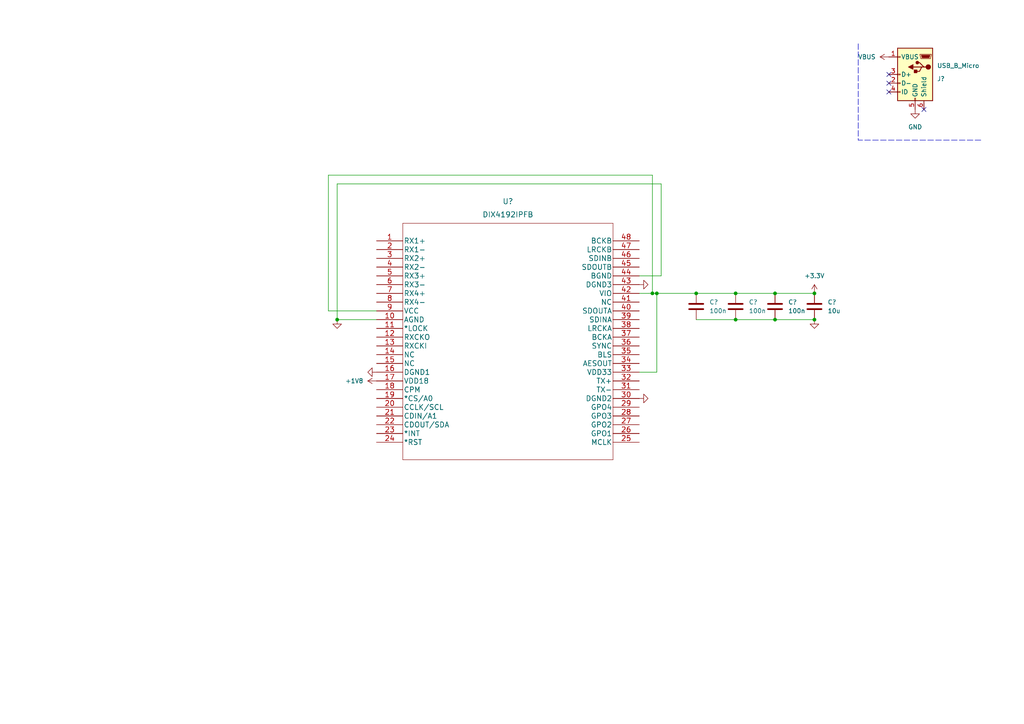
<source format=kicad_sch>
(kicad_sch (version 20211123) (generator eeschema)

  (uuid 50f87341-735d-4762-9c9c-d78de0e91752)

  (paper "A4")

  (lib_symbols
    (symbol "Connector:USB_B_Micro" (pin_names (offset 1.016)) (in_bom yes) (on_board yes)
      (property "Reference" "J" (id 0) (at -5.08 11.43 0)
        (effects (font (size 1.27 1.27)) (justify left))
      )
      (property "Value" "USB_B_Micro" (id 1) (at -5.08 8.89 0)
        (effects (font (size 1.27 1.27)) (justify left))
      )
      (property "Footprint" "" (id 2) (at 3.81 -1.27 0)
        (effects (font (size 1.27 1.27)) hide)
      )
      (property "Datasheet" "~" (id 3) (at 3.81 -1.27 0)
        (effects (font (size 1.27 1.27)) hide)
      )
      (property "ki_keywords" "connector USB micro" (id 4) (at 0 0 0)
        (effects (font (size 1.27 1.27)) hide)
      )
      (property "ki_description" "USB Micro Type B connector" (id 5) (at 0 0 0)
        (effects (font (size 1.27 1.27)) hide)
      )
      (property "ki_fp_filters" "USB*" (id 6) (at 0 0 0)
        (effects (font (size 1.27 1.27)) hide)
      )
      (symbol "USB_B_Micro_0_1"
        (rectangle (start -5.08 -7.62) (end 5.08 7.62)
          (stroke (width 0.254) (type default) (color 0 0 0 0))
          (fill (type background))
        )
        (circle (center -3.81 2.159) (radius 0.635)
          (stroke (width 0.254) (type default) (color 0 0 0 0))
          (fill (type outline))
        )
        (circle (center -0.635 3.429) (radius 0.381)
          (stroke (width 0.254) (type default) (color 0 0 0 0))
          (fill (type outline))
        )
        (rectangle (start -0.127 -7.62) (end 0.127 -6.858)
          (stroke (width 0) (type default) (color 0 0 0 0))
          (fill (type none))
        )
        (polyline
          (pts
            (xy -1.905 2.159)
            (xy 0.635 2.159)
          )
          (stroke (width 0.254) (type default) (color 0 0 0 0))
          (fill (type none))
        )
        (polyline
          (pts
            (xy -3.175 2.159)
            (xy -2.54 2.159)
            (xy -1.27 3.429)
            (xy -0.635 3.429)
          )
          (stroke (width 0.254) (type default) (color 0 0 0 0))
          (fill (type none))
        )
        (polyline
          (pts
            (xy -2.54 2.159)
            (xy -1.905 2.159)
            (xy -1.27 0.889)
            (xy 0 0.889)
          )
          (stroke (width 0.254) (type default) (color 0 0 0 0))
          (fill (type none))
        )
        (polyline
          (pts
            (xy 0.635 2.794)
            (xy 0.635 1.524)
            (xy 1.905 2.159)
            (xy 0.635 2.794)
          )
          (stroke (width 0.254) (type default) (color 0 0 0 0))
          (fill (type outline))
        )
        (polyline
          (pts
            (xy -4.318 5.588)
            (xy -1.778 5.588)
            (xy -2.032 4.826)
            (xy -4.064 4.826)
            (xy -4.318 5.588)
          )
          (stroke (width 0) (type default) (color 0 0 0 0))
          (fill (type outline))
        )
        (polyline
          (pts
            (xy -4.699 5.842)
            (xy -4.699 5.588)
            (xy -4.445 4.826)
            (xy -4.445 4.572)
            (xy -1.651 4.572)
            (xy -1.651 4.826)
            (xy -1.397 5.588)
            (xy -1.397 5.842)
            (xy -4.699 5.842)
          )
          (stroke (width 0) (type default) (color 0 0 0 0))
          (fill (type none))
        )
        (rectangle (start 0.254 1.27) (end -0.508 0.508)
          (stroke (width 0.254) (type default) (color 0 0 0 0))
          (fill (type outline))
        )
        (rectangle (start 5.08 -5.207) (end 4.318 -4.953)
          (stroke (width 0) (type default) (color 0 0 0 0))
          (fill (type none))
        )
        (rectangle (start 5.08 -2.667) (end 4.318 -2.413)
          (stroke (width 0) (type default) (color 0 0 0 0))
          (fill (type none))
        )
        (rectangle (start 5.08 -0.127) (end 4.318 0.127)
          (stroke (width 0) (type default) (color 0 0 0 0))
          (fill (type none))
        )
        (rectangle (start 5.08 4.953) (end 4.318 5.207)
          (stroke (width 0) (type default) (color 0 0 0 0))
          (fill (type none))
        )
      )
      (symbol "USB_B_Micro_1_1"
        (pin power_out line (at 7.62 5.08 180) (length 2.54)
          (name "VBUS" (effects (font (size 1.27 1.27))))
          (number "1" (effects (font (size 1.27 1.27))))
        )
        (pin bidirectional line (at 7.62 -2.54 180) (length 2.54)
          (name "D-" (effects (font (size 1.27 1.27))))
          (number "2" (effects (font (size 1.27 1.27))))
        )
        (pin bidirectional line (at 7.62 0 180) (length 2.54)
          (name "D+" (effects (font (size 1.27 1.27))))
          (number "3" (effects (font (size 1.27 1.27))))
        )
        (pin passive line (at 7.62 -5.08 180) (length 2.54)
          (name "ID" (effects (font (size 1.27 1.27))))
          (number "4" (effects (font (size 1.27 1.27))))
        )
        (pin power_out line (at 0 -10.16 90) (length 2.54)
          (name "GND" (effects (font (size 1.27 1.27))))
          (number "5" (effects (font (size 1.27 1.27))))
        )
        (pin passive line (at -2.54 -10.16 90) (length 2.54)
          (name "Shield" (effects (font (size 1.27 1.27))))
          (number "6" (effects (font (size 1.27 1.27))))
        )
      )
    )
    (symbol "DIX Chip:DIX4192IPFB" (pin_names (offset 0.254)) (in_bom yes) (on_board yes)
      (property "Reference" "U" (id 0) (at 38.1 10.16 0)
        (effects (font (size 1.524 1.524)))
      )
      (property "Value" "DIX4192IPFB" (id 1) (at 38.1 7.62 0)
        (effects (font (size 1.524 1.524)))
      )
      (property "Footprint" "PFB48" (id 2) (at 38.1 6.096 0)
        (effects (font (size 1.524 1.524)) hide)
      )
      (property "Datasheet" "" (id 3) (at 0 0 0)
        (effects (font (size 1.524 1.524)))
      )
      (property "ki_locked" "" (id 4) (at 0 0 0)
        (effects (font (size 1.27 1.27)))
      )
      (property "ki_fp_filters" "PFB48 PFB48-M PFB48-L" (id 5) (at 0 0 0)
        (effects (font (size 1.27 1.27)) hide)
      )
      (symbol "DIX4192IPFB_1_1"
        (polyline
          (pts
            (xy 7.62 -63.5)
            (xy 68.58 -63.5)
          )
          (stroke (width 0.127) (type default) (color 0 0 0 0))
          (fill (type none))
        )
        (polyline
          (pts
            (xy 7.62 5.08)
            (xy 7.62 -63.5)
          )
          (stroke (width 0.127) (type default) (color 0 0 0 0))
          (fill (type none))
        )
        (polyline
          (pts
            (xy 68.58 -63.5)
            (xy 68.58 5.08)
          )
          (stroke (width 0.127) (type default) (color 0 0 0 0))
          (fill (type none))
        )
        (polyline
          (pts
            (xy 68.58 5.08)
            (xy 7.62 5.08)
          )
          (stroke (width 0.127) (type default) (color 0 0 0 0))
          (fill (type none))
        )
        (pin input line (at 0 0 0) (length 7.62)
          (name "RX1+" (effects (font (size 1.4986 1.4986))))
          (number "1" (effects (font (size 1.4986 1.4986))))
        )
        (pin power_in line (at 0 -22.86 0) (length 7.62)
          (name "AGND" (effects (font (size 1.4986 1.4986))))
          (number "10" (effects (font (size 1.4986 1.4986))))
        )
        (pin output line (at 0 -25.4 0) (length 7.62)
          (name "*LOCK" (effects (font (size 1.4986 1.4986))))
          (number "11" (effects (font (size 1.4986 1.4986))))
        )
        (pin output line (at 0 -27.94 0) (length 7.62)
          (name "RXCKO" (effects (font (size 1.4986 1.4986))))
          (number "12" (effects (font (size 1.4986 1.4986))))
        )
        (pin input line (at 0 -30.48 0) (length 7.62)
          (name "RXCKI" (effects (font (size 1.4986 1.4986))))
          (number "13" (effects (font (size 1.4986 1.4986))))
        )
        (pin unspecified line (at 0 -33.02 0) (length 7.62)
          (name "NC" (effects (font (size 1.4986 1.4986))))
          (number "14" (effects (font (size 1.4986 1.4986))))
        )
        (pin unspecified line (at 0 -35.56 0) (length 7.62)
          (name "NC" (effects (font (size 1.4986 1.4986))))
          (number "15" (effects (font (size 1.4986 1.4986))))
        )
        (pin power_in line (at 0 -38.1 0) (length 7.62)
          (name "DGND1" (effects (font (size 1.4986 1.4986))))
          (number "16" (effects (font (size 1.4986 1.4986))))
        )
        (pin power_in line (at 0 -40.64 0) (length 7.62)
          (name "VDD18" (effects (font (size 1.4986 1.4986))))
          (number "17" (effects (font (size 1.4986 1.4986))))
        )
        (pin input line (at 0 -43.18 0) (length 7.62)
          (name "CPM" (effects (font (size 1.4986 1.4986))))
          (number "18" (effects (font (size 1.4986 1.4986))))
        )
        (pin input line (at 0 -45.72 0) (length 7.62)
          (name "*CS/A0" (effects (font (size 1.4986 1.4986))))
          (number "19" (effects (font (size 1.4986 1.4986))))
        )
        (pin input line (at 0 -2.54 0) (length 7.62)
          (name "RX1-" (effects (font (size 1.4986 1.4986))))
          (number "2" (effects (font (size 1.4986 1.4986))))
        )
        (pin input line (at 0 -48.26 0) (length 7.62)
          (name "CCLK/SCL" (effects (font (size 1.4986 1.4986))))
          (number "20" (effects (font (size 1.4986 1.4986))))
        )
        (pin input line (at 0 -50.8 0) (length 7.62)
          (name "CDIN/A1" (effects (font (size 1.4986 1.4986))))
          (number "21" (effects (font (size 1.4986 1.4986))))
        )
        (pin bidirectional line (at 0 -53.34 0) (length 7.62)
          (name "CDOUT/SDA" (effects (font (size 1.4986 1.4986))))
          (number "22" (effects (font (size 1.4986 1.4986))))
        )
        (pin output line (at 0 -55.88 0) (length 7.62)
          (name "*INT" (effects (font (size 1.4986 1.4986))))
          (number "23" (effects (font (size 1.4986 1.4986))))
        )
        (pin input line (at 0 -58.42 0) (length 7.62)
          (name "*RST" (effects (font (size 1.4986 1.4986))))
          (number "24" (effects (font (size 1.4986 1.4986))))
        )
        (pin input line (at 76.2 -58.42 180) (length 7.62)
          (name "MCLK" (effects (font (size 1.4986 1.4986))))
          (number "25" (effects (font (size 1.4986 1.4986))))
        )
        (pin output line (at 76.2 -55.88 180) (length 7.62)
          (name "GPO1" (effects (font (size 1.4986 1.4986))))
          (number "26" (effects (font (size 1.4986 1.4986))))
        )
        (pin output line (at 76.2 -53.34 180) (length 7.62)
          (name "GPO2" (effects (font (size 1.4986 1.4986))))
          (number "27" (effects (font (size 1.4986 1.4986))))
        )
        (pin output line (at 76.2 -50.8 180) (length 7.62)
          (name "GPO3" (effects (font (size 1.4986 1.4986))))
          (number "28" (effects (font (size 1.4986 1.4986))))
        )
        (pin output line (at 76.2 -48.26 180) (length 7.62)
          (name "GPO4" (effects (font (size 1.4986 1.4986))))
          (number "29" (effects (font (size 1.4986 1.4986))))
        )
        (pin input line (at 0 -5.08 0) (length 7.62)
          (name "RX2+" (effects (font (size 1.4986 1.4986))))
          (number "3" (effects (font (size 1.4986 1.4986))))
        )
        (pin power_in line (at 76.2 -45.72 180) (length 7.62)
          (name "DGND2" (effects (font (size 1.4986 1.4986))))
          (number "30" (effects (font (size 1.4986 1.4986))))
        )
        (pin output line (at 76.2 -43.18 180) (length 7.62)
          (name "TX-" (effects (font (size 1.4986 1.4986))))
          (number "31" (effects (font (size 1.4986 1.4986))))
        )
        (pin output line (at 76.2 -40.64 180) (length 7.62)
          (name "TX+" (effects (font (size 1.4986 1.4986))))
          (number "32" (effects (font (size 1.4986 1.4986))))
        )
        (pin power_in line (at 76.2 -38.1 180) (length 7.62)
          (name "VDD33" (effects (font (size 1.4986 1.4986))))
          (number "33" (effects (font (size 1.4986 1.4986))))
        )
        (pin output line (at 76.2 -35.56 180) (length 7.62)
          (name "AESOUT" (effects (font (size 1.4986 1.4986))))
          (number "34" (effects (font (size 1.4986 1.4986))))
        )
        (pin bidirectional line (at 76.2 -33.02 180) (length 7.62)
          (name "BLS" (effects (font (size 1.4986 1.4986))))
          (number "35" (effects (font (size 1.4986 1.4986))))
        )
        (pin output line (at 76.2 -30.48 180) (length 7.62)
          (name "SYNC" (effects (font (size 1.4986 1.4986))))
          (number "36" (effects (font (size 1.4986 1.4986))))
        )
        (pin bidirectional line (at 76.2 -27.94 180) (length 7.62)
          (name "BCKA" (effects (font (size 1.4986 1.4986))))
          (number "37" (effects (font (size 1.4986 1.4986))))
        )
        (pin bidirectional line (at 76.2 -25.4 180) (length 7.62)
          (name "LRCKA" (effects (font (size 1.4986 1.4986))))
          (number "38" (effects (font (size 1.4986 1.4986))))
        )
        (pin input line (at 76.2 -22.86 180) (length 7.62)
          (name "SDINA" (effects (font (size 1.4986 1.4986))))
          (number "39" (effects (font (size 1.4986 1.4986))))
        )
        (pin input line (at 0 -7.62 0) (length 7.62)
          (name "RX2-" (effects (font (size 1.4986 1.4986))))
          (number "4" (effects (font (size 1.4986 1.4986))))
        )
        (pin output line (at 76.2 -20.32 180) (length 7.62)
          (name "SDOUTA" (effects (font (size 1.4986 1.4986))))
          (number "40" (effects (font (size 1.4986 1.4986))))
        )
        (pin unspecified line (at 76.2 -17.78 180) (length 7.62)
          (name "NC" (effects (font (size 1.4986 1.4986))))
          (number "41" (effects (font (size 1.4986 1.4986))))
        )
        (pin power_in line (at 76.2 -15.24 180) (length 7.62)
          (name "VIO" (effects (font (size 1.4986 1.4986))))
          (number "42" (effects (font (size 1.4986 1.4986))))
        )
        (pin power_in line (at 76.2 -12.7 180) (length 7.62)
          (name "DGND3" (effects (font (size 1.4986 1.4986))))
          (number "43" (effects (font (size 1.4986 1.4986))))
        )
        (pin power_in line (at 76.2 -10.16 180) (length 7.62)
          (name "BGND" (effects (font (size 1.4986 1.4986))))
          (number "44" (effects (font (size 1.4986 1.4986))))
        )
        (pin output line (at 76.2 -7.62 180) (length 7.62)
          (name "SDOUTB" (effects (font (size 1.4986 1.4986))))
          (number "45" (effects (font (size 1.4986 1.4986))))
        )
        (pin input line (at 76.2 -5.08 180) (length 7.62)
          (name "SDINB" (effects (font (size 1.4986 1.4986))))
          (number "46" (effects (font (size 1.4986 1.4986))))
        )
        (pin bidirectional line (at 76.2 -2.54 180) (length 7.62)
          (name "LRCKB" (effects (font (size 1.4986 1.4986))))
          (number "47" (effects (font (size 1.4986 1.4986))))
        )
        (pin bidirectional line (at 76.2 0 180) (length 7.62)
          (name "BCKB" (effects (font (size 1.4986 1.4986))))
          (number "48" (effects (font (size 1.4986 1.4986))))
        )
        (pin input line (at 0 -10.16 0) (length 7.62)
          (name "RX3+" (effects (font (size 1.4986 1.4986))))
          (number "5" (effects (font (size 1.4986 1.4986))))
        )
        (pin input line (at 0 -12.7 0) (length 7.62)
          (name "RX3-" (effects (font (size 1.4986 1.4986))))
          (number "6" (effects (font (size 1.4986 1.4986))))
        )
        (pin input line (at 0 -15.24 0) (length 7.62)
          (name "RX4+" (effects (font (size 1.4986 1.4986))))
          (number "7" (effects (font (size 1.4986 1.4986))))
        )
        (pin input line (at 0 -17.78 0) (length 7.62)
          (name "RX4-" (effects (font (size 1.4986 1.4986))))
          (number "8" (effects (font (size 1.4986 1.4986))))
        )
        (pin power_in line (at 0 -20.32 0) (length 7.62)
          (name "VCC" (effects (font (size 1.4986 1.4986))))
          (number "9" (effects (font (size 1.4986 1.4986))))
        )
      )
    )
    (symbol "Device:C" (pin_numbers hide) (pin_names (offset 0.254)) (in_bom yes) (on_board yes)
      (property "Reference" "C" (id 0) (at 0.635 2.54 0)
        (effects (font (size 1.27 1.27)) (justify left))
      )
      (property "Value" "C" (id 1) (at 0.635 -2.54 0)
        (effects (font (size 1.27 1.27)) (justify left))
      )
      (property "Footprint" "" (id 2) (at 0.9652 -3.81 0)
        (effects (font (size 1.27 1.27)) hide)
      )
      (property "Datasheet" "~" (id 3) (at 0 0 0)
        (effects (font (size 1.27 1.27)) hide)
      )
      (property "ki_keywords" "cap capacitor" (id 4) (at 0 0 0)
        (effects (font (size 1.27 1.27)) hide)
      )
      (property "ki_description" "Unpolarized capacitor" (id 5) (at 0 0 0)
        (effects (font (size 1.27 1.27)) hide)
      )
      (property "ki_fp_filters" "C_*" (id 6) (at 0 0 0)
        (effects (font (size 1.27 1.27)) hide)
      )
      (symbol "C_0_1"
        (polyline
          (pts
            (xy -2.032 -0.762)
            (xy 2.032 -0.762)
          )
          (stroke (width 0.508) (type default) (color 0 0 0 0))
          (fill (type none))
        )
        (polyline
          (pts
            (xy -2.032 0.762)
            (xy 2.032 0.762)
          )
          (stroke (width 0.508) (type default) (color 0 0 0 0))
          (fill (type none))
        )
      )
      (symbol "C_1_1"
        (pin passive line (at 0 3.81 270) (length 2.794)
          (name "~" (effects (font (size 1.27 1.27))))
          (number "1" (effects (font (size 1.27 1.27))))
        )
        (pin passive line (at 0 -3.81 90) (length 2.794)
          (name "~" (effects (font (size 1.27 1.27))))
          (number "2" (effects (font (size 1.27 1.27))))
        )
      )
    )
    (symbol "power:+1V8" (power) (pin_names (offset 0)) (in_bom yes) (on_board yes)
      (property "Reference" "#PWR" (id 0) (at 0 -3.81 0)
        (effects (font (size 1.27 1.27)) hide)
      )
      (property "Value" "+1V8" (id 1) (at 0 3.556 0)
        (effects (font (size 1.27 1.27)))
      )
      (property "Footprint" "" (id 2) (at 0 0 0)
        (effects (font (size 1.27 1.27)) hide)
      )
      (property "Datasheet" "" (id 3) (at 0 0 0)
        (effects (font (size 1.27 1.27)) hide)
      )
      (property "ki_keywords" "global power" (id 4) (at 0 0 0)
        (effects (font (size 1.27 1.27)) hide)
      )
      (property "ki_description" "Power symbol creates a global label with name \"+1V8\"" (id 5) (at 0 0 0)
        (effects (font (size 1.27 1.27)) hide)
      )
      (symbol "+1V8_0_1"
        (polyline
          (pts
            (xy -0.762 1.27)
            (xy 0 2.54)
          )
          (stroke (width 0) (type default) (color 0 0 0 0))
          (fill (type none))
        )
        (polyline
          (pts
            (xy 0 0)
            (xy 0 2.54)
          )
          (stroke (width 0) (type default) (color 0 0 0 0))
          (fill (type none))
        )
        (polyline
          (pts
            (xy 0 2.54)
            (xy 0.762 1.27)
          )
          (stroke (width 0) (type default) (color 0 0 0 0))
          (fill (type none))
        )
      )
      (symbol "+1V8_1_1"
        (pin power_in line (at 0 0 90) (length 0) hide
          (name "+1V8" (effects (font (size 1.27 1.27))))
          (number "1" (effects (font (size 1.27 1.27))))
        )
      )
    )
    (symbol "power:+3.3V" (power) (pin_names (offset 0)) (in_bom yes) (on_board yes)
      (property "Reference" "#PWR" (id 0) (at 0 -3.81 0)
        (effects (font (size 1.27 1.27)) hide)
      )
      (property "Value" "+3.3V" (id 1) (at 0 3.556 0)
        (effects (font (size 1.27 1.27)))
      )
      (property "Footprint" "" (id 2) (at 0 0 0)
        (effects (font (size 1.27 1.27)) hide)
      )
      (property "Datasheet" "" (id 3) (at 0 0 0)
        (effects (font (size 1.27 1.27)) hide)
      )
      (property "ki_keywords" "global power" (id 4) (at 0 0 0)
        (effects (font (size 1.27 1.27)) hide)
      )
      (property "ki_description" "Power symbol creates a global label with name \"+3.3V\"" (id 5) (at 0 0 0)
        (effects (font (size 1.27 1.27)) hide)
      )
      (symbol "+3.3V_0_1"
        (polyline
          (pts
            (xy -0.762 1.27)
            (xy 0 2.54)
          )
          (stroke (width 0) (type default) (color 0 0 0 0))
          (fill (type none))
        )
        (polyline
          (pts
            (xy 0 0)
            (xy 0 2.54)
          )
          (stroke (width 0) (type default) (color 0 0 0 0))
          (fill (type none))
        )
        (polyline
          (pts
            (xy 0 2.54)
            (xy 0.762 1.27)
          )
          (stroke (width 0) (type default) (color 0 0 0 0))
          (fill (type none))
        )
      )
      (symbol "+3.3V_1_1"
        (pin power_in line (at 0 0 90) (length 0) hide
          (name "+3.3V" (effects (font (size 1.27 1.27))))
          (number "1" (effects (font (size 1.27 1.27))))
        )
      )
    )
    (symbol "power:GND" (power) (pin_names (offset 0)) (in_bom yes) (on_board yes)
      (property "Reference" "#PWR" (id 0) (at 0 -6.35 0)
        (effects (font (size 1.27 1.27)) hide)
      )
      (property "Value" "GND" (id 1) (at 0 -3.81 0)
        (effects (font (size 1.27 1.27)))
      )
      (property "Footprint" "" (id 2) (at 0 0 0)
        (effects (font (size 1.27 1.27)) hide)
      )
      (property "Datasheet" "" (id 3) (at 0 0 0)
        (effects (font (size 1.27 1.27)) hide)
      )
      (property "ki_keywords" "global power" (id 4) (at 0 0 0)
        (effects (font (size 1.27 1.27)) hide)
      )
      (property "ki_description" "Power symbol creates a global label with name \"GND\" , ground" (id 5) (at 0 0 0)
        (effects (font (size 1.27 1.27)) hide)
      )
      (symbol "GND_0_1"
        (polyline
          (pts
            (xy 0 0)
            (xy 0 -1.27)
            (xy 1.27 -1.27)
            (xy 0 -2.54)
            (xy -1.27 -1.27)
            (xy 0 -1.27)
          )
          (stroke (width 0) (type default) (color 0 0 0 0))
          (fill (type none))
        )
      )
      (symbol "GND_1_1"
        (pin power_in line (at 0 0 270) (length 0) hide
          (name "GND" (effects (font (size 1.27 1.27))))
          (number "1" (effects (font (size 1.27 1.27))))
        )
      )
    )
    (symbol "power:VBUS" (power) (pin_names (offset 0)) (in_bom yes) (on_board yes)
      (property "Reference" "#PWR" (id 0) (at 0 -3.81 0)
        (effects (font (size 1.27 1.27)) hide)
      )
      (property "Value" "VBUS" (id 1) (at 0 3.81 0)
        (effects (font (size 1.27 1.27)))
      )
      (property "Footprint" "" (id 2) (at 0 0 0)
        (effects (font (size 1.27 1.27)) hide)
      )
      (property "Datasheet" "" (id 3) (at 0 0 0)
        (effects (font (size 1.27 1.27)) hide)
      )
      (property "ki_keywords" "global power" (id 4) (at 0 0 0)
        (effects (font (size 1.27 1.27)) hide)
      )
      (property "ki_description" "Power symbol creates a global label with name \"VBUS\"" (id 5) (at 0 0 0)
        (effects (font (size 1.27 1.27)) hide)
      )
      (symbol "VBUS_0_1"
        (polyline
          (pts
            (xy -0.762 1.27)
            (xy 0 2.54)
          )
          (stroke (width 0) (type default) (color 0 0 0 0))
          (fill (type none))
        )
        (polyline
          (pts
            (xy 0 0)
            (xy 0 2.54)
          )
          (stroke (width 0) (type default) (color 0 0 0 0))
          (fill (type none))
        )
        (polyline
          (pts
            (xy 0 2.54)
            (xy 0.762 1.27)
          )
          (stroke (width 0) (type default) (color 0 0 0 0))
          (fill (type none))
        )
      )
      (symbol "VBUS_1_1"
        (pin power_in line (at 0 0 90) (length 0) hide
          (name "VBUS" (effects (font (size 1.27 1.27))))
          (number "1" (effects (font (size 1.27 1.27))))
        )
      )
    )
  )

  (junction (at 236.22 85.09) (diameter 0) (color 0 0 0 0)
    (uuid 270310e8-a530-4893-a416-1f9d66cae8a1)
  )
  (junction (at 201.93 85.09) (diameter 0) (color 0 0 0 0)
    (uuid 3024a99d-e0ee-4708-925c-62b13a835b35)
  )
  (junction (at 224.79 85.09) (diameter 0) (color 0 0 0 0)
    (uuid 4b3fe2f8-2e07-43b1-9469-d1e884d40405)
  )
  (junction (at 213.36 92.71) (diameter 0) (color 0 0 0 0)
    (uuid 5a8654cf-d778-4b48-9140-2685d488cb2d)
  )
  (junction (at 213.36 85.09) (diameter 0) (color 0 0 0 0)
    (uuid 6bf3e7ee-d8b9-4da5-8d54-7d26543c4130)
  )
  (junction (at 236.22 92.71) (diameter 0) (color 0 0 0 0)
    (uuid ba968d7e-78d9-444f-b976-b5fe4f161f79)
  )
  (junction (at 224.79 92.71) (diameter 0) (color 0 0 0 0)
    (uuid bb38ffb5-06dd-4009-9ccb-71abeb3fd3f5)
  )
  (junction (at 190.5 85.09) (diameter 0) (color 0 0 0 0)
    (uuid d38d640f-163e-4380-8118-3640f2282e9d)
  )
  (junction (at 97.79 92.71) (diameter 0) (color 0 0 0 0)
    (uuid d8bf437e-220e-4415-b10c-df8f275bc75c)
  )
  (junction (at 189.23 85.09) (diameter 0) (color 0 0 0 0)
    (uuid ea0ef31a-3e50-40e9-acd5-3a47f1af3382)
  )

  (no_connect (at 257.81 21.59) (uuid 059b9c34-374d-4984-bada-bc630e51592c))
  (no_connect (at 257.81 26.67) (uuid 0f92531f-90f8-46ad-8b27-6b65b85de02d))
  (no_connect (at 257.81 24.13) (uuid 1ec5a9da-4666-4786-bd98-31ebd1447bf0))
  (no_connect (at 267.97 31.75) (uuid 7a57432c-fc03-4871-9bb3-686b1918b41b))

  (wire (pts (xy 185.42 107.95) (xy 190.5 107.95))
    (stroke (width 0) (type default) (color 0 0 0 0))
    (uuid 20f7f55c-ff7f-48b8-ad74-78de4c730f6b)
  )
  (wire (pts (xy 201.93 92.71) (xy 213.36 92.71))
    (stroke (width 0) (type default) (color 0 0 0 0))
    (uuid 2c899ae6-9900-4ed0-b1d4-ea8533ac6042)
  )
  (wire (pts (xy 109.22 92.71) (xy 97.79 92.71))
    (stroke (width 0) (type default) (color 0 0 0 0))
    (uuid 4218367c-366e-4658-abb0-f99807f31712)
  )
  (wire (pts (xy 185.42 85.09) (xy 189.23 85.09))
    (stroke (width 0) (type default) (color 0 0 0 0))
    (uuid 4b4385b5-352b-4b38-9896-4523d9409d72)
  )
  (wire (pts (xy 224.79 92.71) (xy 236.22 92.71))
    (stroke (width 0) (type default) (color 0 0 0 0))
    (uuid 4bc605f1-f418-4e73-8ef9-027c43fad8a2)
  )
  (wire (pts (xy 95.25 50.8) (xy 95.25 90.17))
    (stroke (width 0) (type default) (color 0 0 0 0))
    (uuid 60021193-6bca-46d8-8cdf-6c531fcfdae3)
  )
  (wire (pts (xy 224.79 85.09) (xy 236.22 85.09))
    (stroke (width 0) (type default) (color 0 0 0 0))
    (uuid 603f4045-2d52-4cf9-9d3e-bbe96f6f3bbc)
  )
  (wire (pts (xy 191.77 80.01) (xy 185.42 80.01))
    (stroke (width 0) (type default) (color 0 0 0 0))
    (uuid 697a292a-4655-40e4-8140-9cbb620e6f21)
  )
  (wire (pts (xy 97.79 53.34) (xy 191.77 53.34))
    (stroke (width 0) (type default) (color 0 0 0 0))
    (uuid 75313aa4-4403-4ca5-a9f4-852b53566656)
  )
  (wire (pts (xy 213.36 92.71) (xy 224.79 92.71))
    (stroke (width 0) (type default) (color 0 0 0 0))
    (uuid 779e3c71-0aaa-40d6-8200-b8207d89990f)
  )
  (polyline (pts (xy 248.92 12.7) (xy 248.92 40.64))
    (stroke (width 0) (type default) (color 0 0 0 0))
    (uuid 84cfb916-be40-46b4-9e58-102f4da1b26b)
  )

  (wire (pts (xy 213.36 85.09) (xy 224.79 85.09))
    (stroke (width 0) (type default) (color 0 0 0 0))
    (uuid a3249474-481c-4d97-8ef2-138bec94af5a)
  )
  (wire (pts (xy 190.5 85.09) (xy 201.93 85.09))
    (stroke (width 0) (type default) (color 0 0 0 0))
    (uuid a759c09a-6e9f-4880-8b73-dcda67a4cf1a)
  )
  (wire (pts (xy 97.79 92.71) (xy 97.79 53.34))
    (stroke (width 0) (type default) (color 0 0 0 0))
    (uuid abf71c49-58be-41f3-b11e-74866d1ed9e0)
  )
  (wire (pts (xy 201.93 85.09) (xy 213.36 85.09))
    (stroke (width 0) (type default) (color 0 0 0 0))
    (uuid b66be363-c2d8-46d3-8d8d-5c5217fbcb0d)
  )
  (wire (pts (xy 190.5 85.09) (xy 190.5 107.95))
    (stroke (width 0) (type default) (color 0 0 0 0))
    (uuid bdb4baf5-1d13-48e7-aa5f-a21c5fdb53a2)
  )
  (wire (pts (xy 189.23 50.8) (xy 95.25 50.8))
    (stroke (width 0) (type default) (color 0 0 0 0))
    (uuid bf26eac2-c87b-4e69-b1c1-186cde6c5263)
  )
  (wire (pts (xy 191.77 53.34) (xy 191.77 80.01))
    (stroke (width 0) (type default) (color 0 0 0 0))
    (uuid bf508c67-dce9-4227-8f12-e445083709de)
  )
  (wire (pts (xy 189.23 85.09) (xy 190.5 85.09))
    (stroke (width 0) (type default) (color 0 0 0 0))
    (uuid c57c5013-9bb5-4b7e-a1e6-d65df35db638)
  )
  (wire (pts (xy 95.25 90.17) (xy 109.22 90.17))
    (stroke (width 0) (type default) (color 0 0 0 0))
    (uuid cbec4989-6abc-4ae8-8e25-a882d63b0dbb)
  )
  (wire (pts (xy 189.23 85.09) (xy 189.23 50.8))
    (stroke (width 0) (type default) (color 0 0 0 0))
    (uuid e1654b9c-b128-440f-96e7-b6a94e8ec907)
  )
  (polyline (pts (xy 284.48 40.64) (xy 248.92 40.64))
    (stroke (width 0) (type default) (color 0 0 0 0))
    (uuid ec57056c-d9fa-4450-9171-ffb1bb5aa0d9)
  )

  (symbol (lib_id "power:GND") (at 97.79 92.71 0) (unit 1)
    (in_bom yes) (on_board yes) (fields_autoplaced)
    (uuid 335b0c62-c3f7-4714-a8d8-3eb468c33b84)
    (property "Reference" "#PWR?" (id 0) (at 97.79 99.06 0)
      (effects (font (size 1.27 1.27)) hide)
    )
    (property "Value" "GND" (id 1) (at 97.79 97.79 0)
      (effects (font (size 1.27 1.27)) hide)
    )
    (property "Footprint" "" (id 2) (at 97.79 92.71 0)
      (effects (font (size 1.27 1.27)) hide)
    )
    (property "Datasheet" "" (id 3) (at 97.79 92.71 0)
      (effects (font (size 1.27 1.27)) hide)
    )
    (pin "1" (uuid 36070c10-06dc-4d64-9205-be024d24e03f))
  )

  (symbol (lib_id "power:GND") (at 185.42 82.55 90) (unit 1)
    (in_bom yes) (on_board yes) (fields_autoplaced)
    (uuid 4b77d53d-b657-4e98-a351-8b298ad775ce)
    (property "Reference" "#PWR?" (id 0) (at 191.77 82.55 0)
      (effects (font (size 1.27 1.27)) hide)
    )
    (property "Value" "GND" (id 1) (at 189.23 82.5499 90)
      (effects (font (size 1.27 1.27)) (justify right) hide)
    )
    (property "Footprint" "" (id 2) (at 185.42 82.55 0)
      (effects (font (size 1.27 1.27)) hide)
    )
    (property "Datasheet" "" (id 3) (at 185.42 82.55 0)
      (effects (font (size 1.27 1.27)) hide)
    )
    (pin "1" (uuid ed5fa92a-f0db-481b-abb2-43ddb643447a))
  )

  (symbol (lib_id "Device:C") (at 201.93 88.9 0) (unit 1)
    (in_bom yes) (on_board yes) (fields_autoplaced)
    (uuid 58476b59-c67f-41f1-8355-fdeb903a8501)
    (property "Reference" "C?" (id 0) (at 205.74 87.6299 0)
      (effects (font (size 1.27 1.27)) (justify left))
    )
    (property "Value" "100n" (id 1) (at 205.74 90.1699 0)
      (effects (font (size 1.27 1.27)) (justify left))
    )
    (property "Footprint" "" (id 2) (at 202.8952 92.71 0)
      (effects (font (size 1.27 1.27)) hide)
    )
    (property "Datasheet" "~" (id 3) (at 201.93 88.9 0)
      (effects (font (size 1.27 1.27)) hide)
    )
    (pin "1" (uuid b3c4cbef-50bc-42e2-91d9-d5aeedb38b86))
    (pin "2" (uuid aa88870a-b755-4750-8439-3388a9706ad8))
  )

  (symbol (lib_id "power:+3.3V") (at 236.22 85.09 0) (unit 1)
    (in_bom yes) (on_board yes) (fields_autoplaced)
    (uuid 5eea483c-77ad-42a6-8c1c-497682560cf6)
    (property "Reference" "#PWR?" (id 0) (at 236.22 88.9 0)
      (effects (font (size 1.27 1.27)) hide)
    )
    (property "Value" "+3.3V" (id 1) (at 236.22 80.01 0))
    (property "Footprint" "" (id 2) (at 236.22 85.09 0)
      (effects (font (size 1.27 1.27)) hide)
    )
    (property "Datasheet" "" (id 3) (at 236.22 85.09 0)
      (effects (font (size 1.27 1.27)) hide)
    )
    (pin "1" (uuid 9b093f57-3fa8-499c-ae58-0e661da85747))
  )

  (symbol (lib_id "Connector:USB_B_Micro") (at 265.43 21.59 0) (mirror y) (unit 1)
    (in_bom yes) (on_board yes)
    (uuid 603117eb-354b-4ee0-a988-95050221efe6)
    (property "Reference" "J?" (id 0) (at 271.78 22.8601 0)
      (effects (font (size 1.27 1.27)) (justify right))
    )
    (property "Value" "USB_B_Micro" (id 1) (at 271.78 19.05 0)
      (effects (font (size 1.27 1.27)) (justify right))
    )
    (property "Footprint" "" (id 2) (at 261.62 22.86 0)
      (effects (font (size 1.27 1.27)) hide)
    )
    (property "Datasheet" "~" (id 3) (at 261.62 22.86 0)
      (effects (font (size 1.27 1.27)) hide)
    )
    (pin "1" (uuid 7d948d97-9517-4fa5-92c2-9534265f206a))
    (pin "2" (uuid e5c53dd6-f6da-4d9e-98b6-0bcb90016669))
    (pin "3" (uuid ae3463ee-8ea0-4f0d-8209-3d5361138ca2))
    (pin "4" (uuid 22901522-6009-4391-a685-2c13ca79a97e))
    (pin "5" (uuid f0f0fbe7-0ff6-460b-b940-fc875205b9e6))
    (pin "6" (uuid c1dba950-6b91-41e6-a4ea-74e6f65e5ce2))
  )

  (symbol (lib_id "power:GND") (at 109.22 107.95 270) (unit 1)
    (in_bom yes) (on_board yes)
    (uuid 6adea0b4-e5a6-4669-935c-5b581c3a8e5b)
    (property "Reference" "#PWR?" (id 0) (at 102.87 107.95 0)
      (effects (font (size 1.27 1.27)) hide)
    )
    (property "Value" "GND" (id 1) (at 101.6 107.95 90)
      (effects (font (size 1.27 1.27)) (justify left) hide)
    )
    (property "Footprint" "" (id 2) (at 109.22 107.95 0)
      (effects (font (size 1.27 1.27)) hide)
    )
    (property "Datasheet" "" (id 3) (at 109.22 107.95 0)
      (effects (font (size 1.27 1.27)) hide)
    )
    (pin "1" (uuid c87ab434-e9cc-46c6-bc96-aa212a1742b9))
  )

  (symbol (lib_id "Device:C") (at 224.79 88.9 0) (unit 1)
    (in_bom yes) (on_board yes) (fields_autoplaced)
    (uuid 781bfb68-0507-4f28-8c57-66d9aeac1a35)
    (property "Reference" "C?" (id 0) (at 228.6 87.6299 0)
      (effects (font (size 1.27 1.27)) (justify left))
    )
    (property "Value" "100n" (id 1) (at 228.6 90.1699 0)
      (effects (font (size 1.27 1.27)) (justify left))
    )
    (property "Footprint" "" (id 2) (at 225.7552 92.71 0)
      (effects (font (size 1.27 1.27)) hide)
    )
    (property "Datasheet" "~" (id 3) (at 224.79 88.9 0)
      (effects (font (size 1.27 1.27)) hide)
    )
    (pin "1" (uuid 7fedb774-a7d5-4abf-9a50-7ab48dd6d2c1))
    (pin "2" (uuid 03615ee5-4c98-43e5-88ed-2c98b5aa6256))
  )

  (symbol (lib_id "power:GND") (at 265.43 31.75 0) (unit 1)
    (in_bom yes) (on_board yes) (fields_autoplaced)
    (uuid 8302acd3-5ad7-446c-b119-e54bd028f879)
    (property "Reference" "#PWR?" (id 0) (at 265.43 38.1 0)
      (effects (font (size 1.27 1.27)) hide)
    )
    (property "Value" "GND" (id 1) (at 265.43 36.83 0))
    (property "Footprint" "" (id 2) (at 265.43 31.75 0)
      (effects (font (size 1.27 1.27)) hide)
    )
    (property "Datasheet" "" (id 3) (at 265.43 31.75 0)
      (effects (font (size 1.27 1.27)) hide)
    )
    (pin "1" (uuid 46d172ac-c3c7-4541-b7c9-f1e84f648680))
  )

  (symbol (lib_id "power:GND") (at 185.42 115.57 90) (unit 1)
    (in_bom yes) (on_board yes) (fields_autoplaced)
    (uuid 8b9ed7d4-4e19-4306-b54e-fa49eef42652)
    (property "Reference" "#PWR?" (id 0) (at 191.77 115.57 0)
      (effects (font (size 1.27 1.27)) hide)
    )
    (property "Value" "GND" (id 1) (at 189.23 115.5699 90)
      (effects (font (size 1.27 1.27)) (justify right) hide)
    )
    (property "Footprint" "" (id 2) (at 185.42 115.57 0)
      (effects (font (size 1.27 1.27)) hide)
    )
    (property "Datasheet" "" (id 3) (at 185.42 115.57 0)
      (effects (font (size 1.27 1.27)) hide)
    )
    (pin "1" (uuid fac606a3-4bda-4801-894f-9ac6f2697340))
  )

  (symbol (lib_id "Device:C") (at 236.22 88.9 0) (unit 1)
    (in_bom yes) (on_board yes) (fields_autoplaced)
    (uuid a362dc64-2538-49a7-bc61-191e0888d9d2)
    (property "Reference" "C?" (id 0) (at 240.03 87.6299 0)
      (effects (font (size 1.27 1.27)) (justify left))
    )
    (property "Value" "10u" (id 1) (at 240.03 90.1699 0)
      (effects (font (size 1.27 1.27)) (justify left))
    )
    (property "Footprint" "" (id 2) (at 237.1852 92.71 0)
      (effects (font (size 1.27 1.27)) hide)
    )
    (property "Datasheet" "~" (id 3) (at 236.22 88.9 0)
      (effects (font (size 1.27 1.27)) hide)
    )
    (pin "1" (uuid a68ddcf1-0fa4-458a-8ec3-d54da9122872))
    (pin "2" (uuid 0e7c70e3-8a7d-4425-9c6a-c72e8ad9a32b))
  )

  (symbol (lib_id "DIX Chip:DIX4192IPFB") (at 109.22 69.85 0) (unit 1)
    (in_bom yes) (on_board yes) (fields_autoplaced)
    (uuid ca07c6d0-6ab4-40f5-8e1e-cf6760154ae2)
    (property "Reference" "U?" (id 0) (at 147.32 58.42 0)
      (effects (font (size 1.524 1.524)))
    )
    (property "Value" "DIX4192IPFB" (id 1) (at 147.32 62.23 0)
      (effects (font (size 1.524 1.524)))
    )
    (property "Footprint" "PFB48" (id 2) (at 147.32 63.754 0)
      (effects (font (size 1.524 1.524)) hide)
    )
    (property "Datasheet" "" (id 3) (at 109.22 69.85 0)
      (effects (font (size 1.524 1.524)))
    )
    (pin "1" (uuid bbfd79d8-232c-4a70-afa4-88e438d2679e))
    (pin "10" (uuid 447ede1b-280f-449f-956d-6ac72552bec4))
    (pin "11" (uuid b4eae41d-8103-4368-9c5e-821a64437993))
    (pin "12" (uuid aed86032-bd7a-4887-9917-6449e745e4bb))
    (pin "13" (uuid 6d02b6a4-4b74-4f03-b48c-69a215257cb0))
    (pin "14" (uuid 0fe03575-7f72-4ee3-b443-335422c69689))
    (pin "15" (uuid f44effc5-8e22-4585-a895-42e9a37e4b3f))
    (pin "16" (uuid 753f5e9d-7d30-4a4e-945f-0abecf065080))
    (pin "17" (uuid 0674727c-1ccf-4923-a3a1-9beef4a8e5d1))
    (pin "18" (uuid 7650d4ae-a59d-4b12-bc03-a876ca57399f))
    (pin "19" (uuid ea220be9-de2c-4528-8733-05ce69c211f7))
    (pin "2" (uuid 792303c2-f3c8-46bd-8b51-6d12efbd458b))
    (pin "20" (uuid 054fb3b5-9ff2-4d46-b932-be3cd436b606))
    (pin "21" (uuid 22966622-fdad-47c0-aceb-3c5d47cc57e7))
    (pin "22" (uuid 253659de-8f37-4efd-9dfb-4a0d5ad56241))
    (pin "23" (uuid 8ba4dd91-dd85-40cd-bf08-8d1e94b77fd9))
    (pin "24" (uuid 52857f72-dc24-464e-8bef-a62ca3fa1461))
    (pin "25" (uuid ce3a078d-44b4-4466-86d6-c9c3e236266c))
    (pin "26" (uuid d9174b17-dd08-4d76-ae8a-373b79cddefa))
    (pin "27" (uuid ebf234ae-48dd-456d-b58f-0f61cf5aff41))
    (pin "28" (uuid dc670372-8dda-4a53-97d3-fb425e3a8d30))
    (pin "29" (uuid 128e27cc-8be4-4328-85ca-b94ae7d446dc))
    (pin "3" (uuid 89571667-1372-44db-8d05-9976032e4b05))
    (pin "30" (uuid 66e642a5-2813-4438-9290-f66901d3471e))
    (pin "31" (uuid ffdf4b03-26c3-4a85-a2cb-ff2099bcc861))
    (pin "32" (uuid 1270032d-6f37-45f0-a442-f25c0e9a2ef9))
    (pin "33" (uuid d5bb2a02-21a1-4dc7-b67f-e731f6c2528a))
    (pin "34" (uuid 8d877e00-ac34-44cd-a8d7-6b8685ea7e29))
    (pin "35" (uuid 0f2f504f-03db-42a2-8637-b17cb0851d12))
    (pin "36" (uuid 2bf27244-4c1a-4308-9fec-43d09b6e0872))
    (pin "37" (uuid 0af42334-856c-4ac6-b11b-02168299ce09))
    (pin "38" (uuid aaa2d93b-e71e-4efc-be74-2fa08044c6e5))
    (pin "39" (uuid 8d032345-2b61-4cf4-8c07-f8a22184450b))
    (pin "4" (uuid f111e47b-9b39-47e7-9295-0df9cf799e57))
    (pin "40" (uuid dc6ed2d2-f77a-404e-a250-a8fb9b275c60))
    (pin "41" (uuid ccfaa239-c018-4f96-b2c9-fefd18a28755))
    (pin "42" (uuid 2395ee10-ffa7-4571-8f89-6995d31095c7))
    (pin "43" (uuid 389cdd9d-6c50-4995-9274-fa1ebf0f9aa9))
    (pin "44" (uuid 749793d2-77f2-4ac2-9269-cf63f929a04b))
    (pin "45" (uuid d4416bfa-fd14-4b72-94bb-30c6d7a0b558))
    (pin "46" (uuid 1d109514-676e-44e8-8d5b-003a8d9fab61))
    (pin "47" (uuid 3e4bf821-7053-4a6d-97f8-fdfa0442ef0c))
    (pin "48" (uuid d52ed828-3cc5-4f32-9cfa-95053bd3ebfc))
    (pin "5" (uuid cd550e7c-fa39-4478-88f3-985f4bb93d5a))
    (pin "6" (uuid 02126b36-0d85-4520-a3cf-a4a42a72783d))
    (pin "7" (uuid 6a3bb092-03bb-483e-b961-b8ff0deb1770))
    (pin "8" (uuid a0acf608-e68c-4478-b7bd-a701e3b4e6a5))
    (pin "9" (uuid 63d76ddd-576b-46ed-b999-94271f10d22c))
  )

  (symbol (lib_id "power:VBUS") (at 257.81 16.51 90) (unit 1)
    (in_bom yes) (on_board yes) (fields_autoplaced)
    (uuid d22467f2-2f8d-41f7-a4fd-9425764e8d39)
    (property "Reference" "#PWR?" (id 0) (at 261.62 16.51 0)
      (effects (font (size 1.27 1.27)) hide)
    )
    (property "Value" "VBUS" (id 1) (at 254 16.5099 90)
      (effects (font (size 1.27 1.27)) (justify left))
    )
    (property "Footprint" "" (id 2) (at 257.81 16.51 0)
      (effects (font (size 1.27 1.27)) hide)
    )
    (property "Datasheet" "" (id 3) (at 257.81 16.51 0)
      (effects (font (size 1.27 1.27)) hide)
    )
    (pin "1" (uuid 728006f5-c68c-46a1-bdc8-f8a25c65857a))
  )

  (symbol (lib_id "Device:C") (at 213.36 88.9 0) (unit 1)
    (in_bom yes) (on_board yes) (fields_autoplaced)
    (uuid dbe5eca5-2256-44cd-a47c-49ca90bac204)
    (property "Reference" "C?" (id 0) (at 217.17 87.6299 0)
      (effects (font (size 1.27 1.27)) (justify left))
    )
    (property "Value" "100n" (id 1) (at 217.17 90.1699 0)
      (effects (font (size 1.27 1.27)) (justify left))
    )
    (property "Footprint" "" (id 2) (at 214.3252 92.71 0)
      (effects (font (size 1.27 1.27)) hide)
    )
    (property "Datasheet" "~" (id 3) (at 213.36 88.9 0)
      (effects (font (size 1.27 1.27)) hide)
    )
    (pin "1" (uuid a9e1f773-8eb2-4748-8315-5acf435f0400))
    (pin "2" (uuid 4dab0bf1-6248-4df8-95a1-9bf31e885b3b))
  )

  (symbol (lib_id "power:GND") (at 236.22 92.71 0) (unit 1)
    (in_bom yes) (on_board yes) (fields_autoplaced)
    (uuid e664f13a-ba51-4a23-ad39-718359eb420e)
    (property "Reference" "#PWR?" (id 0) (at 236.22 99.06 0)
      (effects (font (size 1.27 1.27)) hide)
    )
    (property "Value" "GND" (id 1) (at 236.2201 96.52 90)
      (effects (font (size 1.27 1.27)) (justify right) hide)
    )
    (property "Footprint" "" (id 2) (at 236.22 92.71 0)
      (effects (font (size 1.27 1.27)) hide)
    )
    (property "Datasheet" "" (id 3) (at 236.22 92.71 0)
      (effects (font (size 1.27 1.27)) hide)
    )
    (pin "1" (uuid a694a9de-139e-482a-8c84-2efcd87e7748))
  )

  (symbol (lib_id "power:+1V8") (at 109.22 110.49 90) (unit 1)
    (in_bom yes) (on_board yes) (fields_autoplaced)
    (uuid f0415601-abf5-4d2e-9c7d-c99cd95e5c07)
    (property "Reference" "#PWR?" (id 0) (at 113.03 110.49 0)
      (effects (font (size 1.27 1.27)) hide)
    )
    (property "Value" "+1V8" (id 1) (at 105.41 110.4899 90)
      (effects (font (size 1.27 1.27)) (justify left))
    )
    (property "Footprint" "" (id 2) (at 109.22 110.49 0)
      (effects (font (size 1.27 1.27)) hide)
    )
    (property "Datasheet" "" (id 3) (at 109.22 110.49 0)
      (effects (font (size 1.27 1.27)) hide)
    )
    (pin "1" (uuid ff729c97-f15e-48ae-8c5a-2dd733c07258))
  )

  (sheet_instances
    (path "/" (page "1"))
  )

  (symbol_instances
    (path "/335b0c62-c3f7-4714-a8d8-3eb468c33b84"
      (reference "#PWR?") (unit 1) (value "GND") (footprint "")
    )
    (path "/4b77d53d-b657-4e98-a351-8b298ad775ce"
      (reference "#PWR?") (unit 1) (value "GND") (footprint "")
    )
    (path "/5eea483c-77ad-42a6-8c1c-497682560cf6"
      (reference "#PWR?") (unit 1) (value "+3.3V") (footprint "")
    )
    (path "/6adea0b4-e5a6-4669-935c-5b581c3a8e5b"
      (reference "#PWR?") (unit 1) (value "GND") (footprint "")
    )
    (path "/8302acd3-5ad7-446c-b119-e54bd028f879"
      (reference "#PWR?") (unit 1) (value "GND") (footprint "")
    )
    (path "/8b9ed7d4-4e19-4306-b54e-fa49eef42652"
      (reference "#PWR?") (unit 1) (value "GND") (footprint "")
    )
    (path "/d22467f2-2f8d-41f7-a4fd-9425764e8d39"
      (reference "#PWR?") (unit 1) (value "VBUS") (footprint "")
    )
    (path "/e664f13a-ba51-4a23-ad39-718359eb420e"
      (reference "#PWR?") (unit 1) (value "GND") (footprint "")
    )
    (path "/f0415601-abf5-4d2e-9c7d-c99cd95e5c07"
      (reference "#PWR?") (unit 1) (value "+1V8") (footprint "")
    )
    (path "/58476b59-c67f-41f1-8355-fdeb903a8501"
      (reference "C?") (unit 1) (value "100n") (footprint "")
    )
    (path "/781bfb68-0507-4f28-8c57-66d9aeac1a35"
      (reference "C?") (unit 1) (value "100n") (footprint "")
    )
    (path "/a362dc64-2538-49a7-bc61-191e0888d9d2"
      (reference "C?") (unit 1) (value "10u") (footprint "")
    )
    (path "/dbe5eca5-2256-44cd-a47c-49ca90bac204"
      (reference "C?") (unit 1) (value "100n") (footprint "")
    )
    (path "/603117eb-354b-4ee0-a988-95050221efe6"
      (reference "J?") (unit 1) (value "USB_B_Micro") (footprint "")
    )
    (path "/ca07c6d0-6ab4-40f5-8e1e-cf6760154ae2"
      (reference "U?") (unit 1) (value "DIX4192IPFB") (footprint "PFB48")
    )
  )
)

</source>
